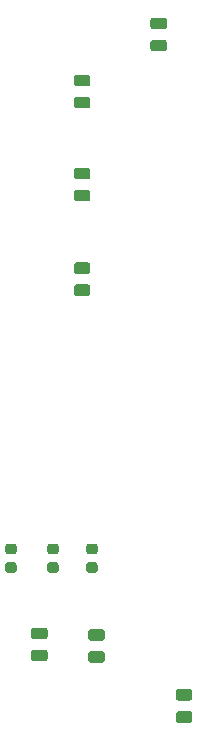
<source format=gbr>
G04 #@! TF.GenerationSoftware,KiCad,Pcbnew,(5.1.5)-3*
G04 #@! TF.CreationDate,2020-03-01T11:41:08-05:00*
G04 #@! TF.ProjectId,LED_Control,4c45445f-436f-46e7-9472-6f6c2e6b6963,rev?*
G04 #@! TF.SameCoordinates,Original*
G04 #@! TF.FileFunction,Paste,Top*
G04 #@! TF.FilePolarity,Positive*
%FSLAX46Y46*%
G04 Gerber Fmt 4.6, Leading zero omitted, Abs format (unit mm)*
G04 Created by KiCad (PCBNEW (5.1.5)-3) date 2020-03-01 11:41:08*
%MOMM*%
%LPD*%
G04 APERTURE LIST*
%ADD10C,0.100000*%
G04 APERTURE END LIST*
D10*
G36*
X120483191Y-116759053D02*
G01*
X120504426Y-116762203D01*
X120525250Y-116767419D01*
X120545462Y-116774651D01*
X120564868Y-116783830D01*
X120583281Y-116794866D01*
X120600524Y-116807654D01*
X120616430Y-116822070D01*
X120630846Y-116837976D01*
X120643634Y-116855219D01*
X120654670Y-116873632D01*
X120663849Y-116893038D01*
X120671081Y-116913250D01*
X120676297Y-116934074D01*
X120679447Y-116955309D01*
X120680500Y-116976750D01*
X120680500Y-117414250D01*
X120679447Y-117435691D01*
X120676297Y-117456926D01*
X120671081Y-117477750D01*
X120663849Y-117497962D01*
X120654670Y-117517368D01*
X120643634Y-117535781D01*
X120630846Y-117553024D01*
X120616430Y-117568930D01*
X120600524Y-117583346D01*
X120583281Y-117596134D01*
X120564868Y-117607170D01*
X120545462Y-117616349D01*
X120525250Y-117623581D01*
X120504426Y-117628797D01*
X120483191Y-117631947D01*
X120461750Y-117633000D01*
X119949250Y-117633000D01*
X119927809Y-117631947D01*
X119906574Y-117628797D01*
X119885750Y-117623581D01*
X119865538Y-117616349D01*
X119846132Y-117607170D01*
X119827719Y-117596134D01*
X119810476Y-117583346D01*
X119794570Y-117568930D01*
X119780154Y-117553024D01*
X119767366Y-117535781D01*
X119756330Y-117517368D01*
X119747151Y-117497962D01*
X119739919Y-117477750D01*
X119734703Y-117456926D01*
X119731553Y-117435691D01*
X119730500Y-117414250D01*
X119730500Y-116976750D01*
X119731553Y-116955309D01*
X119734703Y-116934074D01*
X119739919Y-116913250D01*
X119747151Y-116893038D01*
X119756330Y-116873632D01*
X119767366Y-116855219D01*
X119780154Y-116837976D01*
X119794570Y-116822070D01*
X119810476Y-116807654D01*
X119827719Y-116794866D01*
X119846132Y-116783830D01*
X119865538Y-116774651D01*
X119885750Y-116767419D01*
X119906574Y-116762203D01*
X119927809Y-116759053D01*
X119949250Y-116758000D01*
X120461750Y-116758000D01*
X120483191Y-116759053D01*
G37*
G36*
X120483191Y-118334053D02*
G01*
X120504426Y-118337203D01*
X120525250Y-118342419D01*
X120545462Y-118349651D01*
X120564868Y-118358830D01*
X120583281Y-118369866D01*
X120600524Y-118382654D01*
X120616430Y-118397070D01*
X120630846Y-118412976D01*
X120643634Y-118430219D01*
X120654670Y-118448632D01*
X120663849Y-118468038D01*
X120671081Y-118488250D01*
X120676297Y-118509074D01*
X120679447Y-118530309D01*
X120680500Y-118551750D01*
X120680500Y-118989250D01*
X120679447Y-119010691D01*
X120676297Y-119031926D01*
X120671081Y-119052750D01*
X120663849Y-119072962D01*
X120654670Y-119092368D01*
X120643634Y-119110781D01*
X120630846Y-119128024D01*
X120616430Y-119143930D01*
X120600524Y-119158346D01*
X120583281Y-119171134D01*
X120564868Y-119182170D01*
X120545462Y-119191349D01*
X120525250Y-119198581D01*
X120504426Y-119203797D01*
X120483191Y-119206947D01*
X120461750Y-119208000D01*
X119949250Y-119208000D01*
X119927809Y-119206947D01*
X119906574Y-119203797D01*
X119885750Y-119198581D01*
X119865538Y-119191349D01*
X119846132Y-119182170D01*
X119827719Y-119171134D01*
X119810476Y-119158346D01*
X119794570Y-119143930D01*
X119780154Y-119128024D01*
X119767366Y-119110781D01*
X119756330Y-119092368D01*
X119747151Y-119072962D01*
X119739919Y-119052750D01*
X119734703Y-119031926D01*
X119731553Y-119010691D01*
X119730500Y-118989250D01*
X119730500Y-118551750D01*
X119731553Y-118530309D01*
X119734703Y-118509074D01*
X119739919Y-118488250D01*
X119747151Y-118468038D01*
X119756330Y-118448632D01*
X119767366Y-118430219D01*
X119780154Y-118412976D01*
X119794570Y-118397070D01*
X119810476Y-118382654D01*
X119827719Y-118369866D01*
X119846132Y-118358830D01*
X119865538Y-118349651D01*
X119885750Y-118342419D01*
X119906574Y-118337203D01*
X119927809Y-118334053D01*
X119949250Y-118333000D01*
X120461750Y-118333000D01*
X120483191Y-118334053D01*
G37*
G36*
X117181191Y-116759053D02*
G01*
X117202426Y-116762203D01*
X117223250Y-116767419D01*
X117243462Y-116774651D01*
X117262868Y-116783830D01*
X117281281Y-116794866D01*
X117298524Y-116807654D01*
X117314430Y-116822070D01*
X117328846Y-116837976D01*
X117341634Y-116855219D01*
X117352670Y-116873632D01*
X117361849Y-116893038D01*
X117369081Y-116913250D01*
X117374297Y-116934074D01*
X117377447Y-116955309D01*
X117378500Y-116976750D01*
X117378500Y-117414250D01*
X117377447Y-117435691D01*
X117374297Y-117456926D01*
X117369081Y-117477750D01*
X117361849Y-117497962D01*
X117352670Y-117517368D01*
X117341634Y-117535781D01*
X117328846Y-117553024D01*
X117314430Y-117568930D01*
X117298524Y-117583346D01*
X117281281Y-117596134D01*
X117262868Y-117607170D01*
X117243462Y-117616349D01*
X117223250Y-117623581D01*
X117202426Y-117628797D01*
X117181191Y-117631947D01*
X117159750Y-117633000D01*
X116647250Y-117633000D01*
X116625809Y-117631947D01*
X116604574Y-117628797D01*
X116583750Y-117623581D01*
X116563538Y-117616349D01*
X116544132Y-117607170D01*
X116525719Y-117596134D01*
X116508476Y-117583346D01*
X116492570Y-117568930D01*
X116478154Y-117553024D01*
X116465366Y-117535781D01*
X116454330Y-117517368D01*
X116445151Y-117497962D01*
X116437919Y-117477750D01*
X116432703Y-117456926D01*
X116429553Y-117435691D01*
X116428500Y-117414250D01*
X116428500Y-116976750D01*
X116429553Y-116955309D01*
X116432703Y-116934074D01*
X116437919Y-116913250D01*
X116445151Y-116893038D01*
X116454330Y-116873632D01*
X116465366Y-116855219D01*
X116478154Y-116837976D01*
X116492570Y-116822070D01*
X116508476Y-116807654D01*
X116525719Y-116794866D01*
X116544132Y-116783830D01*
X116563538Y-116774651D01*
X116583750Y-116767419D01*
X116604574Y-116762203D01*
X116625809Y-116759053D01*
X116647250Y-116758000D01*
X117159750Y-116758000D01*
X117181191Y-116759053D01*
G37*
G36*
X117181191Y-118334053D02*
G01*
X117202426Y-118337203D01*
X117223250Y-118342419D01*
X117243462Y-118349651D01*
X117262868Y-118358830D01*
X117281281Y-118369866D01*
X117298524Y-118382654D01*
X117314430Y-118397070D01*
X117328846Y-118412976D01*
X117341634Y-118430219D01*
X117352670Y-118448632D01*
X117361849Y-118468038D01*
X117369081Y-118488250D01*
X117374297Y-118509074D01*
X117377447Y-118530309D01*
X117378500Y-118551750D01*
X117378500Y-118989250D01*
X117377447Y-119010691D01*
X117374297Y-119031926D01*
X117369081Y-119052750D01*
X117361849Y-119072962D01*
X117352670Y-119092368D01*
X117341634Y-119110781D01*
X117328846Y-119128024D01*
X117314430Y-119143930D01*
X117298524Y-119158346D01*
X117281281Y-119171134D01*
X117262868Y-119182170D01*
X117243462Y-119191349D01*
X117223250Y-119198581D01*
X117202426Y-119203797D01*
X117181191Y-119206947D01*
X117159750Y-119208000D01*
X116647250Y-119208000D01*
X116625809Y-119206947D01*
X116604574Y-119203797D01*
X116583750Y-119198581D01*
X116563538Y-119191349D01*
X116544132Y-119182170D01*
X116525719Y-119171134D01*
X116508476Y-119158346D01*
X116492570Y-119143930D01*
X116478154Y-119128024D01*
X116465366Y-119110781D01*
X116454330Y-119092368D01*
X116445151Y-119072962D01*
X116437919Y-119052750D01*
X116432703Y-119031926D01*
X116429553Y-119010691D01*
X116428500Y-118989250D01*
X116428500Y-118551750D01*
X116429553Y-118530309D01*
X116432703Y-118509074D01*
X116437919Y-118488250D01*
X116445151Y-118468038D01*
X116454330Y-118448632D01*
X116465366Y-118430219D01*
X116478154Y-118412976D01*
X116492570Y-118397070D01*
X116508476Y-118382654D01*
X116525719Y-118369866D01*
X116544132Y-118358830D01*
X116563538Y-118349651D01*
X116583750Y-118342419D01*
X116604574Y-118337203D01*
X116625809Y-118334053D01*
X116647250Y-118333000D01*
X117159750Y-118333000D01*
X117181191Y-118334053D01*
G37*
G36*
X113625191Y-118334053D02*
G01*
X113646426Y-118337203D01*
X113667250Y-118342419D01*
X113687462Y-118349651D01*
X113706868Y-118358830D01*
X113725281Y-118369866D01*
X113742524Y-118382654D01*
X113758430Y-118397070D01*
X113772846Y-118412976D01*
X113785634Y-118430219D01*
X113796670Y-118448632D01*
X113805849Y-118468038D01*
X113813081Y-118488250D01*
X113818297Y-118509074D01*
X113821447Y-118530309D01*
X113822500Y-118551750D01*
X113822500Y-118989250D01*
X113821447Y-119010691D01*
X113818297Y-119031926D01*
X113813081Y-119052750D01*
X113805849Y-119072962D01*
X113796670Y-119092368D01*
X113785634Y-119110781D01*
X113772846Y-119128024D01*
X113758430Y-119143930D01*
X113742524Y-119158346D01*
X113725281Y-119171134D01*
X113706868Y-119182170D01*
X113687462Y-119191349D01*
X113667250Y-119198581D01*
X113646426Y-119203797D01*
X113625191Y-119206947D01*
X113603750Y-119208000D01*
X113091250Y-119208000D01*
X113069809Y-119206947D01*
X113048574Y-119203797D01*
X113027750Y-119198581D01*
X113007538Y-119191349D01*
X112988132Y-119182170D01*
X112969719Y-119171134D01*
X112952476Y-119158346D01*
X112936570Y-119143930D01*
X112922154Y-119128024D01*
X112909366Y-119110781D01*
X112898330Y-119092368D01*
X112889151Y-119072962D01*
X112881919Y-119052750D01*
X112876703Y-119031926D01*
X112873553Y-119010691D01*
X112872500Y-118989250D01*
X112872500Y-118551750D01*
X112873553Y-118530309D01*
X112876703Y-118509074D01*
X112881919Y-118488250D01*
X112889151Y-118468038D01*
X112898330Y-118448632D01*
X112909366Y-118430219D01*
X112922154Y-118412976D01*
X112936570Y-118397070D01*
X112952476Y-118382654D01*
X112969719Y-118369866D01*
X112988132Y-118358830D01*
X113007538Y-118349651D01*
X113027750Y-118342419D01*
X113048574Y-118337203D01*
X113069809Y-118334053D01*
X113091250Y-118333000D01*
X113603750Y-118333000D01*
X113625191Y-118334053D01*
G37*
G36*
X113625191Y-116759053D02*
G01*
X113646426Y-116762203D01*
X113667250Y-116767419D01*
X113687462Y-116774651D01*
X113706868Y-116783830D01*
X113725281Y-116794866D01*
X113742524Y-116807654D01*
X113758430Y-116822070D01*
X113772846Y-116837976D01*
X113785634Y-116855219D01*
X113796670Y-116873632D01*
X113805849Y-116893038D01*
X113813081Y-116913250D01*
X113818297Y-116934074D01*
X113821447Y-116955309D01*
X113822500Y-116976750D01*
X113822500Y-117414250D01*
X113821447Y-117435691D01*
X113818297Y-117456926D01*
X113813081Y-117477750D01*
X113805849Y-117497962D01*
X113796670Y-117517368D01*
X113785634Y-117535781D01*
X113772846Y-117553024D01*
X113758430Y-117568930D01*
X113742524Y-117583346D01*
X113725281Y-117596134D01*
X113706868Y-117607170D01*
X113687462Y-117616349D01*
X113667250Y-117623581D01*
X113646426Y-117628797D01*
X113625191Y-117631947D01*
X113603750Y-117633000D01*
X113091250Y-117633000D01*
X113069809Y-117631947D01*
X113048574Y-117628797D01*
X113027750Y-117623581D01*
X113007538Y-117616349D01*
X112988132Y-117607170D01*
X112969719Y-117596134D01*
X112952476Y-117583346D01*
X112936570Y-117568930D01*
X112922154Y-117553024D01*
X112909366Y-117535781D01*
X112898330Y-117517368D01*
X112889151Y-117497962D01*
X112881919Y-117477750D01*
X112876703Y-117456926D01*
X112873553Y-117435691D01*
X112872500Y-117414250D01*
X112872500Y-116976750D01*
X112873553Y-116955309D01*
X112876703Y-116934074D01*
X112881919Y-116913250D01*
X112889151Y-116893038D01*
X112898330Y-116873632D01*
X112909366Y-116855219D01*
X112922154Y-116837976D01*
X112936570Y-116822070D01*
X112952476Y-116807654D01*
X112969719Y-116794866D01*
X112988132Y-116783830D01*
X113007538Y-116774651D01*
X113027750Y-116767419D01*
X113048574Y-116762203D01*
X113069809Y-116759053D01*
X113091250Y-116758000D01*
X113603750Y-116758000D01*
X113625191Y-116759053D01*
G37*
G36*
X116240642Y-125736674D02*
G01*
X116264303Y-125740184D01*
X116287507Y-125745996D01*
X116310029Y-125754054D01*
X116331653Y-125764282D01*
X116352170Y-125776579D01*
X116371383Y-125790829D01*
X116389107Y-125806893D01*
X116405171Y-125824617D01*
X116419421Y-125843830D01*
X116431718Y-125864347D01*
X116441946Y-125885971D01*
X116450004Y-125908493D01*
X116455816Y-125931697D01*
X116459326Y-125955358D01*
X116460500Y-125979250D01*
X116460500Y-126466750D01*
X116459326Y-126490642D01*
X116455816Y-126514303D01*
X116450004Y-126537507D01*
X116441946Y-126560029D01*
X116431718Y-126581653D01*
X116419421Y-126602170D01*
X116405171Y-126621383D01*
X116389107Y-126639107D01*
X116371383Y-126655171D01*
X116352170Y-126669421D01*
X116331653Y-126681718D01*
X116310029Y-126691946D01*
X116287507Y-126700004D01*
X116264303Y-126705816D01*
X116240642Y-126709326D01*
X116216750Y-126710500D01*
X115304250Y-126710500D01*
X115280358Y-126709326D01*
X115256697Y-126705816D01*
X115233493Y-126700004D01*
X115210971Y-126691946D01*
X115189347Y-126681718D01*
X115168830Y-126669421D01*
X115149617Y-126655171D01*
X115131893Y-126639107D01*
X115115829Y-126621383D01*
X115101579Y-126602170D01*
X115089282Y-126581653D01*
X115079054Y-126560029D01*
X115070996Y-126537507D01*
X115065184Y-126514303D01*
X115061674Y-126490642D01*
X115060500Y-126466750D01*
X115060500Y-125979250D01*
X115061674Y-125955358D01*
X115065184Y-125931697D01*
X115070996Y-125908493D01*
X115079054Y-125885971D01*
X115089282Y-125864347D01*
X115101579Y-125843830D01*
X115115829Y-125824617D01*
X115131893Y-125806893D01*
X115149617Y-125790829D01*
X115168830Y-125776579D01*
X115189347Y-125764282D01*
X115210971Y-125754054D01*
X115233493Y-125745996D01*
X115256697Y-125740184D01*
X115280358Y-125736674D01*
X115304250Y-125735500D01*
X116216750Y-125735500D01*
X116240642Y-125736674D01*
G37*
G36*
X116240642Y-123861674D02*
G01*
X116264303Y-123865184D01*
X116287507Y-123870996D01*
X116310029Y-123879054D01*
X116331653Y-123889282D01*
X116352170Y-123901579D01*
X116371383Y-123915829D01*
X116389107Y-123931893D01*
X116405171Y-123949617D01*
X116419421Y-123968830D01*
X116431718Y-123989347D01*
X116441946Y-124010971D01*
X116450004Y-124033493D01*
X116455816Y-124056697D01*
X116459326Y-124080358D01*
X116460500Y-124104250D01*
X116460500Y-124591750D01*
X116459326Y-124615642D01*
X116455816Y-124639303D01*
X116450004Y-124662507D01*
X116441946Y-124685029D01*
X116431718Y-124706653D01*
X116419421Y-124727170D01*
X116405171Y-124746383D01*
X116389107Y-124764107D01*
X116371383Y-124780171D01*
X116352170Y-124794421D01*
X116331653Y-124806718D01*
X116310029Y-124816946D01*
X116287507Y-124825004D01*
X116264303Y-124830816D01*
X116240642Y-124834326D01*
X116216750Y-124835500D01*
X115304250Y-124835500D01*
X115280358Y-124834326D01*
X115256697Y-124830816D01*
X115233493Y-124825004D01*
X115210971Y-124816946D01*
X115189347Y-124806718D01*
X115168830Y-124794421D01*
X115149617Y-124780171D01*
X115131893Y-124764107D01*
X115115829Y-124746383D01*
X115101579Y-124727170D01*
X115089282Y-124706653D01*
X115079054Y-124685029D01*
X115070996Y-124662507D01*
X115065184Y-124639303D01*
X115061674Y-124615642D01*
X115060500Y-124591750D01*
X115060500Y-124104250D01*
X115061674Y-124080358D01*
X115065184Y-124056697D01*
X115070996Y-124033493D01*
X115079054Y-124010971D01*
X115089282Y-123989347D01*
X115101579Y-123968830D01*
X115115829Y-123949617D01*
X115131893Y-123931893D01*
X115149617Y-123915829D01*
X115168830Y-123901579D01*
X115189347Y-123889282D01*
X115210971Y-123879054D01*
X115233493Y-123870996D01*
X115256697Y-123865184D01*
X115280358Y-123861674D01*
X115304250Y-123860500D01*
X116216750Y-123860500D01*
X116240642Y-123861674D01*
G37*
G36*
X128496142Y-130943674D02*
G01*
X128519803Y-130947184D01*
X128543007Y-130952996D01*
X128565529Y-130961054D01*
X128587153Y-130971282D01*
X128607670Y-130983579D01*
X128626883Y-130997829D01*
X128644607Y-131013893D01*
X128660671Y-131031617D01*
X128674921Y-131050830D01*
X128687218Y-131071347D01*
X128697446Y-131092971D01*
X128705504Y-131115493D01*
X128711316Y-131138697D01*
X128714826Y-131162358D01*
X128716000Y-131186250D01*
X128716000Y-131673750D01*
X128714826Y-131697642D01*
X128711316Y-131721303D01*
X128705504Y-131744507D01*
X128697446Y-131767029D01*
X128687218Y-131788653D01*
X128674921Y-131809170D01*
X128660671Y-131828383D01*
X128644607Y-131846107D01*
X128626883Y-131862171D01*
X128607670Y-131876421D01*
X128587153Y-131888718D01*
X128565529Y-131898946D01*
X128543007Y-131907004D01*
X128519803Y-131912816D01*
X128496142Y-131916326D01*
X128472250Y-131917500D01*
X127559750Y-131917500D01*
X127535858Y-131916326D01*
X127512197Y-131912816D01*
X127488993Y-131907004D01*
X127466471Y-131898946D01*
X127444847Y-131888718D01*
X127424330Y-131876421D01*
X127405117Y-131862171D01*
X127387393Y-131846107D01*
X127371329Y-131828383D01*
X127357079Y-131809170D01*
X127344782Y-131788653D01*
X127334554Y-131767029D01*
X127326496Y-131744507D01*
X127320684Y-131721303D01*
X127317174Y-131697642D01*
X127316000Y-131673750D01*
X127316000Y-131186250D01*
X127317174Y-131162358D01*
X127320684Y-131138697D01*
X127326496Y-131115493D01*
X127334554Y-131092971D01*
X127344782Y-131071347D01*
X127357079Y-131050830D01*
X127371329Y-131031617D01*
X127387393Y-131013893D01*
X127405117Y-130997829D01*
X127424330Y-130983579D01*
X127444847Y-130971282D01*
X127466471Y-130961054D01*
X127488993Y-130952996D01*
X127512197Y-130947184D01*
X127535858Y-130943674D01*
X127559750Y-130942500D01*
X128472250Y-130942500D01*
X128496142Y-130943674D01*
G37*
G36*
X128496142Y-129068674D02*
G01*
X128519803Y-129072184D01*
X128543007Y-129077996D01*
X128565529Y-129086054D01*
X128587153Y-129096282D01*
X128607670Y-129108579D01*
X128626883Y-129122829D01*
X128644607Y-129138893D01*
X128660671Y-129156617D01*
X128674921Y-129175830D01*
X128687218Y-129196347D01*
X128697446Y-129217971D01*
X128705504Y-129240493D01*
X128711316Y-129263697D01*
X128714826Y-129287358D01*
X128716000Y-129311250D01*
X128716000Y-129798750D01*
X128714826Y-129822642D01*
X128711316Y-129846303D01*
X128705504Y-129869507D01*
X128697446Y-129892029D01*
X128687218Y-129913653D01*
X128674921Y-129934170D01*
X128660671Y-129953383D01*
X128644607Y-129971107D01*
X128626883Y-129987171D01*
X128607670Y-130001421D01*
X128587153Y-130013718D01*
X128565529Y-130023946D01*
X128543007Y-130032004D01*
X128519803Y-130037816D01*
X128496142Y-130041326D01*
X128472250Y-130042500D01*
X127559750Y-130042500D01*
X127535858Y-130041326D01*
X127512197Y-130037816D01*
X127488993Y-130032004D01*
X127466471Y-130023946D01*
X127444847Y-130013718D01*
X127424330Y-130001421D01*
X127405117Y-129987171D01*
X127387393Y-129971107D01*
X127371329Y-129953383D01*
X127357079Y-129934170D01*
X127344782Y-129913653D01*
X127334554Y-129892029D01*
X127326496Y-129869507D01*
X127320684Y-129846303D01*
X127317174Y-129822642D01*
X127316000Y-129798750D01*
X127316000Y-129311250D01*
X127317174Y-129287358D01*
X127320684Y-129263697D01*
X127326496Y-129240493D01*
X127334554Y-129217971D01*
X127344782Y-129196347D01*
X127357079Y-129175830D01*
X127371329Y-129156617D01*
X127387393Y-129138893D01*
X127405117Y-129122829D01*
X127424330Y-129108579D01*
X127444847Y-129096282D01*
X127466471Y-129086054D01*
X127488993Y-129077996D01*
X127512197Y-129072184D01*
X127535858Y-129068674D01*
X127559750Y-129067500D01*
X128472250Y-129067500D01*
X128496142Y-129068674D01*
G37*
G36*
X126337142Y-72236174D02*
G01*
X126360803Y-72239684D01*
X126384007Y-72245496D01*
X126406529Y-72253554D01*
X126428153Y-72263782D01*
X126448670Y-72276079D01*
X126467883Y-72290329D01*
X126485607Y-72306393D01*
X126501671Y-72324117D01*
X126515921Y-72343330D01*
X126528218Y-72363847D01*
X126538446Y-72385471D01*
X126546504Y-72407993D01*
X126552316Y-72431197D01*
X126555826Y-72454858D01*
X126557000Y-72478750D01*
X126557000Y-72966250D01*
X126555826Y-72990142D01*
X126552316Y-73013803D01*
X126546504Y-73037007D01*
X126538446Y-73059529D01*
X126528218Y-73081153D01*
X126515921Y-73101670D01*
X126501671Y-73120883D01*
X126485607Y-73138607D01*
X126467883Y-73154671D01*
X126448670Y-73168921D01*
X126428153Y-73181218D01*
X126406529Y-73191446D01*
X126384007Y-73199504D01*
X126360803Y-73205316D01*
X126337142Y-73208826D01*
X126313250Y-73210000D01*
X125400750Y-73210000D01*
X125376858Y-73208826D01*
X125353197Y-73205316D01*
X125329993Y-73199504D01*
X125307471Y-73191446D01*
X125285847Y-73181218D01*
X125265330Y-73168921D01*
X125246117Y-73154671D01*
X125228393Y-73138607D01*
X125212329Y-73120883D01*
X125198079Y-73101670D01*
X125185782Y-73081153D01*
X125175554Y-73059529D01*
X125167496Y-73037007D01*
X125161684Y-73013803D01*
X125158174Y-72990142D01*
X125157000Y-72966250D01*
X125157000Y-72478750D01*
X125158174Y-72454858D01*
X125161684Y-72431197D01*
X125167496Y-72407993D01*
X125175554Y-72385471D01*
X125185782Y-72363847D01*
X125198079Y-72343330D01*
X125212329Y-72324117D01*
X125228393Y-72306393D01*
X125246117Y-72290329D01*
X125265330Y-72276079D01*
X125285847Y-72263782D01*
X125307471Y-72253554D01*
X125329993Y-72245496D01*
X125353197Y-72239684D01*
X125376858Y-72236174D01*
X125400750Y-72235000D01*
X126313250Y-72235000D01*
X126337142Y-72236174D01*
G37*
G36*
X126337142Y-74111174D02*
G01*
X126360803Y-74114684D01*
X126384007Y-74120496D01*
X126406529Y-74128554D01*
X126428153Y-74138782D01*
X126448670Y-74151079D01*
X126467883Y-74165329D01*
X126485607Y-74181393D01*
X126501671Y-74199117D01*
X126515921Y-74218330D01*
X126528218Y-74238847D01*
X126538446Y-74260471D01*
X126546504Y-74282993D01*
X126552316Y-74306197D01*
X126555826Y-74329858D01*
X126557000Y-74353750D01*
X126557000Y-74841250D01*
X126555826Y-74865142D01*
X126552316Y-74888803D01*
X126546504Y-74912007D01*
X126538446Y-74934529D01*
X126528218Y-74956153D01*
X126515921Y-74976670D01*
X126501671Y-74995883D01*
X126485607Y-75013607D01*
X126467883Y-75029671D01*
X126448670Y-75043921D01*
X126428153Y-75056218D01*
X126406529Y-75066446D01*
X126384007Y-75074504D01*
X126360803Y-75080316D01*
X126337142Y-75083826D01*
X126313250Y-75085000D01*
X125400750Y-75085000D01*
X125376858Y-75083826D01*
X125353197Y-75080316D01*
X125329993Y-75074504D01*
X125307471Y-75066446D01*
X125285847Y-75056218D01*
X125265330Y-75043921D01*
X125246117Y-75029671D01*
X125228393Y-75013607D01*
X125212329Y-74995883D01*
X125198079Y-74976670D01*
X125185782Y-74956153D01*
X125175554Y-74934529D01*
X125167496Y-74912007D01*
X125161684Y-74888803D01*
X125158174Y-74865142D01*
X125157000Y-74841250D01*
X125157000Y-74353750D01*
X125158174Y-74329858D01*
X125161684Y-74306197D01*
X125167496Y-74282993D01*
X125175554Y-74260471D01*
X125185782Y-74238847D01*
X125198079Y-74218330D01*
X125212329Y-74199117D01*
X125228393Y-74181393D01*
X125246117Y-74165329D01*
X125265330Y-74151079D01*
X125285847Y-74138782D01*
X125307471Y-74128554D01*
X125329993Y-74120496D01*
X125353197Y-74114684D01*
X125376858Y-74111174D01*
X125400750Y-74110000D01*
X126313250Y-74110000D01*
X126337142Y-74111174D01*
G37*
G36*
X119860142Y-92937174D02*
G01*
X119883803Y-92940684D01*
X119907007Y-92946496D01*
X119929529Y-92954554D01*
X119951153Y-92964782D01*
X119971670Y-92977079D01*
X119990883Y-92991329D01*
X120008607Y-93007393D01*
X120024671Y-93025117D01*
X120038921Y-93044330D01*
X120051218Y-93064847D01*
X120061446Y-93086471D01*
X120069504Y-93108993D01*
X120075316Y-93132197D01*
X120078826Y-93155858D01*
X120080000Y-93179750D01*
X120080000Y-93667250D01*
X120078826Y-93691142D01*
X120075316Y-93714803D01*
X120069504Y-93738007D01*
X120061446Y-93760529D01*
X120051218Y-93782153D01*
X120038921Y-93802670D01*
X120024671Y-93821883D01*
X120008607Y-93839607D01*
X119990883Y-93855671D01*
X119971670Y-93869921D01*
X119951153Y-93882218D01*
X119929529Y-93892446D01*
X119907007Y-93900504D01*
X119883803Y-93906316D01*
X119860142Y-93909826D01*
X119836250Y-93911000D01*
X118923750Y-93911000D01*
X118899858Y-93909826D01*
X118876197Y-93906316D01*
X118852993Y-93900504D01*
X118830471Y-93892446D01*
X118808847Y-93882218D01*
X118788330Y-93869921D01*
X118769117Y-93855671D01*
X118751393Y-93839607D01*
X118735329Y-93821883D01*
X118721079Y-93802670D01*
X118708782Y-93782153D01*
X118698554Y-93760529D01*
X118690496Y-93738007D01*
X118684684Y-93714803D01*
X118681174Y-93691142D01*
X118680000Y-93667250D01*
X118680000Y-93179750D01*
X118681174Y-93155858D01*
X118684684Y-93132197D01*
X118690496Y-93108993D01*
X118698554Y-93086471D01*
X118708782Y-93064847D01*
X118721079Y-93044330D01*
X118735329Y-93025117D01*
X118751393Y-93007393D01*
X118769117Y-92991329D01*
X118788330Y-92977079D01*
X118808847Y-92964782D01*
X118830471Y-92954554D01*
X118852993Y-92946496D01*
X118876197Y-92940684D01*
X118899858Y-92937174D01*
X118923750Y-92936000D01*
X119836250Y-92936000D01*
X119860142Y-92937174D01*
G37*
G36*
X119860142Y-94812174D02*
G01*
X119883803Y-94815684D01*
X119907007Y-94821496D01*
X119929529Y-94829554D01*
X119951153Y-94839782D01*
X119971670Y-94852079D01*
X119990883Y-94866329D01*
X120008607Y-94882393D01*
X120024671Y-94900117D01*
X120038921Y-94919330D01*
X120051218Y-94939847D01*
X120061446Y-94961471D01*
X120069504Y-94983993D01*
X120075316Y-95007197D01*
X120078826Y-95030858D01*
X120080000Y-95054750D01*
X120080000Y-95542250D01*
X120078826Y-95566142D01*
X120075316Y-95589803D01*
X120069504Y-95613007D01*
X120061446Y-95635529D01*
X120051218Y-95657153D01*
X120038921Y-95677670D01*
X120024671Y-95696883D01*
X120008607Y-95714607D01*
X119990883Y-95730671D01*
X119971670Y-95744921D01*
X119951153Y-95757218D01*
X119929529Y-95767446D01*
X119907007Y-95775504D01*
X119883803Y-95781316D01*
X119860142Y-95784826D01*
X119836250Y-95786000D01*
X118923750Y-95786000D01*
X118899858Y-95784826D01*
X118876197Y-95781316D01*
X118852993Y-95775504D01*
X118830471Y-95767446D01*
X118808847Y-95757218D01*
X118788330Y-95744921D01*
X118769117Y-95730671D01*
X118751393Y-95714607D01*
X118735329Y-95696883D01*
X118721079Y-95677670D01*
X118708782Y-95657153D01*
X118698554Y-95635529D01*
X118690496Y-95613007D01*
X118684684Y-95589803D01*
X118681174Y-95566142D01*
X118680000Y-95542250D01*
X118680000Y-95054750D01*
X118681174Y-95030858D01*
X118684684Y-95007197D01*
X118690496Y-94983993D01*
X118698554Y-94961471D01*
X118708782Y-94939847D01*
X118721079Y-94919330D01*
X118735329Y-94900117D01*
X118751393Y-94882393D01*
X118769117Y-94866329D01*
X118788330Y-94852079D01*
X118808847Y-94839782D01*
X118830471Y-94829554D01*
X118852993Y-94821496D01*
X118876197Y-94815684D01*
X118899858Y-94812174D01*
X118923750Y-94811000D01*
X119836250Y-94811000D01*
X119860142Y-94812174D01*
G37*
G36*
X119860142Y-84936174D02*
G01*
X119883803Y-84939684D01*
X119907007Y-84945496D01*
X119929529Y-84953554D01*
X119951153Y-84963782D01*
X119971670Y-84976079D01*
X119990883Y-84990329D01*
X120008607Y-85006393D01*
X120024671Y-85024117D01*
X120038921Y-85043330D01*
X120051218Y-85063847D01*
X120061446Y-85085471D01*
X120069504Y-85107993D01*
X120075316Y-85131197D01*
X120078826Y-85154858D01*
X120080000Y-85178750D01*
X120080000Y-85666250D01*
X120078826Y-85690142D01*
X120075316Y-85713803D01*
X120069504Y-85737007D01*
X120061446Y-85759529D01*
X120051218Y-85781153D01*
X120038921Y-85801670D01*
X120024671Y-85820883D01*
X120008607Y-85838607D01*
X119990883Y-85854671D01*
X119971670Y-85868921D01*
X119951153Y-85881218D01*
X119929529Y-85891446D01*
X119907007Y-85899504D01*
X119883803Y-85905316D01*
X119860142Y-85908826D01*
X119836250Y-85910000D01*
X118923750Y-85910000D01*
X118899858Y-85908826D01*
X118876197Y-85905316D01*
X118852993Y-85899504D01*
X118830471Y-85891446D01*
X118808847Y-85881218D01*
X118788330Y-85868921D01*
X118769117Y-85854671D01*
X118751393Y-85838607D01*
X118735329Y-85820883D01*
X118721079Y-85801670D01*
X118708782Y-85781153D01*
X118698554Y-85759529D01*
X118690496Y-85737007D01*
X118684684Y-85713803D01*
X118681174Y-85690142D01*
X118680000Y-85666250D01*
X118680000Y-85178750D01*
X118681174Y-85154858D01*
X118684684Y-85131197D01*
X118690496Y-85107993D01*
X118698554Y-85085471D01*
X118708782Y-85063847D01*
X118721079Y-85043330D01*
X118735329Y-85024117D01*
X118751393Y-85006393D01*
X118769117Y-84990329D01*
X118788330Y-84976079D01*
X118808847Y-84963782D01*
X118830471Y-84953554D01*
X118852993Y-84945496D01*
X118876197Y-84939684D01*
X118899858Y-84936174D01*
X118923750Y-84935000D01*
X119836250Y-84935000D01*
X119860142Y-84936174D01*
G37*
G36*
X119860142Y-86811174D02*
G01*
X119883803Y-86814684D01*
X119907007Y-86820496D01*
X119929529Y-86828554D01*
X119951153Y-86838782D01*
X119971670Y-86851079D01*
X119990883Y-86865329D01*
X120008607Y-86881393D01*
X120024671Y-86899117D01*
X120038921Y-86918330D01*
X120051218Y-86938847D01*
X120061446Y-86960471D01*
X120069504Y-86982993D01*
X120075316Y-87006197D01*
X120078826Y-87029858D01*
X120080000Y-87053750D01*
X120080000Y-87541250D01*
X120078826Y-87565142D01*
X120075316Y-87588803D01*
X120069504Y-87612007D01*
X120061446Y-87634529D01*
X120051218Y-87656153D01*
X120038921Y-87676670D01*
X120024671Y-87695883D01*
X120008607Y-87713607D01*
X119990883Y-87729671D01*
X119971670Y-87743921D01*
X119951153Y-87756218D01*
X119929529Y-87766446D01*
X119907007Y-87774504D01*
X119883803Y-87780316D01*
X119860142Y-87783826D01*
X119836250Y-87785000D01*
X118923750Y-87785000D01*
X118899858Y-87783826D01*
X118876197Y-87780316D01*
X118852993Y-87774504D01*
X118830471Y-87766446D01*
X118808847Y-87756218D01*
X118788330Y-87743921D01*
X118769117Y-87729671D01*
X118751393Y-87713607D01*
X118735329Y-87695883D01*
X118721079Y-87676670D01*
X118708782Y-87656153D01*
X118698554Y-87634529D01*
X118690496Y-87612007D01*
X118684684Y-87588803D01*
X118681174Y-87565142D01*
X118680000Y-87541250D01*
X118680000Y-87053750D01*
X118681174Y-87029858D01*
X118684684Y-87006197D01*
X118690496Y-86982993D01*
X118698554Y-86960471D01*
X118708782Y-86938847D01*
X118721079Y-86918330D01*
X118735329Y-86899117D01*
X118751393Y-86881393D01*
X118769117Y-86865329D01*
X118788330Y-86851079D01*
X118808847Y-86838782D01*
X118830471Y-86828554D01*
X118852993Y-86820496D01*
X118876197Y-86814684D01*
X118899858Y-86811174D01*
X118923750Y-86810000D01*
X119836250Y-86810000D01*
X119860142Y-86811174D01*
G37*
G36*
X119860142Y-78937174D02*
G01*
X119883803Y-78940684D01*
X119907007Y-78946496D01*
X119929529Y-78954554D01*
X119951153Y-78964782D01*
X119971670Y-78977079D01*
X119990883Y-78991329D01*
X120008607Y-79007393D01*
X120024671Y-79025117D01*
X120038921Y-79044330D01*
X120051218Y-79064847D01*
X120061446Y-79086471D01*
X120069504Y-79108993D01*
X120075316Y-79132197D01*
X120078826Y-79155858D01*
X120080000Y-79179750D01*
X120080000Y-79667250D01*
X120078826Y-79691142D01*
X120075316Y-79714803D01*
X120069504Y-79738007D01*
X120061446Y-79760529D01*
X120051218Y-79782153D01*
X120038921Y-79802670D01*
X120024671Y-79821883D01*
X120008607Y-79839607D01*
X119990883Y-79855671D01*
X119971670Y-79869921D01*
X119951153Y-79882218D01*
X119929529Y-79892446D01*
X119907007Y-79900504D01*
X119883803Y-79906316D01*
X119860142Y-79909826D01*
X119836250Y-79911000D01*
X118923750Y-79911000D01*
X118899858Y-79909826D01*
X118876197Y-79906316D01*
X118852993Y-79900504D01*
X118830471Y-79892446D01*
X118808847Y-79882218D01*
X118788330Y-79869921D01*
X118769117Y-79855671D01*
X118751393Y-79839607D01*
X118735329Y-79821883D01*
X118721079Y-79802670D01*
X118708782Y-79782153D01*
X118698554Y-79760529D01*
X118690496Y-79738007D01*
X118684684Y-79714803D01*
X118681174Y-79691142D01*
X118680000Y-79667250D01*
X118680000Y-79179750D01*
X118681174Y-79155858D01*
X118684684Y-79132197D01*
X118690496Y-79108993D01*
X118698554Y-79086471D01*
X118708782Y-79064847D01*
X118721079Y-79044330D01*
X118735329Y-79025117D01*
X118751393Y-79007393D01*
X118769117Y-78991329D01*
X118788330Y-78977079D01*
X118808847Y-78964782D01*
X118830471Y-78954554D01*
X118852993Y-78946496D01*
X118876197Y-78940684D01*
X118899858Y-78937174D01*
X118923750Y-78936000D01*
X119836250Y-78936000D01*
X119860142Y-78937174D01*
G37*
G36*
X119860142Y-77062174D02*
G01*
X119883803Y-77065684D01*
X119907007Y-77071496D01*
X119929529Y-77079554D01*
X119951153Y-77089782D01*
X119971670Y-77102079D01*
X119990883Y-77116329D01*
X120008607Y-77132393D01*
X120024671Y-77150117D01*
X120038921Y-77169330D01*
X120051218Y-77189847D01*
X120061446Y-77211471D01*
X120069504Y-77233993D01*
X120075316Y-77257197D01*
X120078826Y-77280858D01*
X120080000Y-77304750D01*
X120080000Y-77792250D01*
X120078826Y-77816142D01*
X120075316Y-77839803D01*
X120069504Y-77863007D01*
X120061446Y-77885529D01*
X120051218Y-77907153D01*
X120038921Y-77927670D01*
X120024671Y-77946883D01*
X120008607Y-77964607D01*
X119990883Y-77980671D01*
X119971670Y-77994921D01*
X119951153Y-78007218D01*
X119929529Y-78017446D01*
X119907007Y-78025504D01*
X119883803Y-78031316D01*
X119860142Y-78034826D01*
X119836250Y-78036000D01*
X118923750Y-78036000D01*
X118899858Y-78034826D01*
X118876197Y-78031316D01*
X118852993Y-78025504D01*
X118830471Y-78017446D01*
X118808847Y-78007218D01*
X118788330Y-77994921D01*
X118769117Y-77980671D01*
X118751393Y-77964607D01*
X118735329Y-77946883D01*
X118721079Y-77927670D01*
X118708782Y-77907153D01*
X118698554Y-77885529D01*
X118690496Y-77863007D01*
X118684684Y-77839803D01*
X118681174Y-77816142D01*
X118680000Y-77792250D01*
X118680000Y-77304750D01*
X118681174Y-77280858D01*
X118684684Y-77257197D01*
X118690496Y-77233993D01*
X118698554Y-77211471D01*
X118708782Y-77189847D01*
X118721079Y-77169330D01*
X118735329Y-77150117D01*
X118751393Y-77132393D01*
X118769117Y-77116329D01*
X118788330Y-77102079D01*
X118808847Y-77089782D01*
X118830471Y-77079554D01*
X118852993Y-77071496D01*
X118876197Y-77065684D01*
X118899858Y-77062174D01*
X118923750Y-77061000D01*
X119836250Y-77061000D01*
X119860142Y-77062174D01*
G37*
G36*
X121066642Y-125863674D02*
G01*
X121090303Y-125867184D01*
X121113507Y-125872996D01*
X121136029Y-125881054D01*
X121157653Y-125891282D01*
X121178170Y-125903579D01*
X121197383Y-125917829D01*
X121215107Y-125933893D01*
X121231171Y-125951617D01*
X121245421Y-125970830D01*
X121257718Y-125991347D01*
X121267946Y-126012971D01*
X121276004Y-126035493D01*
X121281816Y-126058697D01*
X121285326Y-126082358D01*
X121286500Y-126106250D01*
X121286500Y-126593750D01*
X121285326Y-126617642D01*
X121281816Y-126641303D01*
X121276004Y-126664507D01*
X121267946Y-126687029D01*
X121257718Y-126708653D01*
X121245421Y-126729170D01*
X121231171Y-126748383D01*
X121215107Y-126766107D01*
X121197383Y-126782171D01*
X121178170Y-126796421D01*
X121157653Y-126808718D01*
X121136029Y-126818946D01*
X121113507Y-126827004D01*
X121090303Y-126832816D01*
X121066642Y-126836326D01*
X121042750Y-126837500D01*
X120130250Y-126837500D01*
X120106358Y-126836326D01*
X120082697Y-126832816D01*
X120059493Y-126827004D01*
X120036971Y-126818946D01*
X120015347Y-126808718D01*
X119994830Y-126796421D01*
X119975617Y-126782171D01*
X119957893Y-126766107D01*
X119941829Y-126748383D01*
X119927579Y-126729170D01*
X119915282Y-126708653D01*
X119905054Y-126687029D01*
X119896996Y-126664507D01*
X119891184Y-126641303D01*
X119887674Y-126617642D01*
X119886500Y-126593750D01*
X119886500Y-126106250D01*
X119887674Y-126082358D01*
X119891184Y-126058697D01*
X119896996Y-126035493D01*
X119905054Y-126012971D01*
X119915282Y-125991347D01*
X119927579Y-125970830D01*
X119941829Y-125951617D01*
X119957893Y-125933893D01*
X119975617Y-125917829D01*
X119994830Y-125903579D01*
X120015347Y-125891282D01*
X120036971Y-125881054D01*
X120059493Y-125872996D01*
X120082697Y-125867184D01*
X120106358Y-125863674D01*
X120130250Y-125862500D01*
X121042750Y-125862500D01*
X121066642Y-125863674D01*
G37*
G36*
X121066642Y-123988674D02*
G01*
X121090303Y-123992184D01*
X121113507Y-123997996D01*
X121136029Y-124006054D01*
X121157653Y-124016282D01*
X121178170Y-124028579D01*
X121197383Y-124042829D01*
X121215107Y-124058893D01*
X121231171Y-124076617D01*
X121245421Y-124095830D01*
X121257718Y-124116347D01*
X121267946Y-124137971D01*
X121276004Y-124160493D01*
X121281816Y-124183697D01*
X121285326Y-124207358D01*
X121286500Y-124231250D01*
X121286500Y-124718750D01*
X121285326Y-124742642D01*
X121281816Y-124766303D01*
X121276004Y-124789507D01*
X121267946Y-124812029D01*
X121257718Y-124833653D01*
X121245421Y-124854170D01*
X121231171Y-124873383D01*
X121215107Y-124891107D01*
X121197383Y-124907171D01*
X121178170Y-124921421D01*
X121157653Y-124933718D01*
X121136029Y-124943946D01*
X121113507Y-124952004D01*
X121090303Y-124957816D01*
X121066642Y-124961326D01*
X121042750Y-124962500D01*
X120130250Y-124962500D01*
X120106358Y-124961326D01*
X120082697Y-124957816D01*
X120059493Y-124952004D01*
X120036971Y-124943946D01*
X120015347Y-124933718D01*
X119994830Y-124921421D01*
X119975617Y-124907171D01*
X119957893Y-124891107D01*
X119941829Y-124873383D01*
X119927579Y-124854170D01*
X119915282Y-124833653D01*
X119905054Y-124812029D01*
X119896996Y-124789507D01*
X119891184Y-124766303D01*
X119887674Y-124742642D01*
X119886500Y-124718750D01*
X119886500Y-124231250D01*
X119887674Y-124207358D01*
X119891184Y-124183697D01*
X119896996Y-124160493D01*
X119905054Y-124137971D01*
X119915282Y-124116347D01*
X119927579Y-124095830D01*
X119941829Y-124076617D01*
X119957893Y-124058893D01*
X119975617Y-124042829D01*
X119994830Y-124028579D01*
X120015347Y-124016282D01*
X120036971Y-124006054D01*
X120059493Y-123997996D01*
X120082697Y-123992184D01*
X120106358Y-123988674D01*
X120130250Y-123987500D01*
X121042750Y-123987500D01*
X121066642Y-123988674D01*
G37*
M02*

</source>
